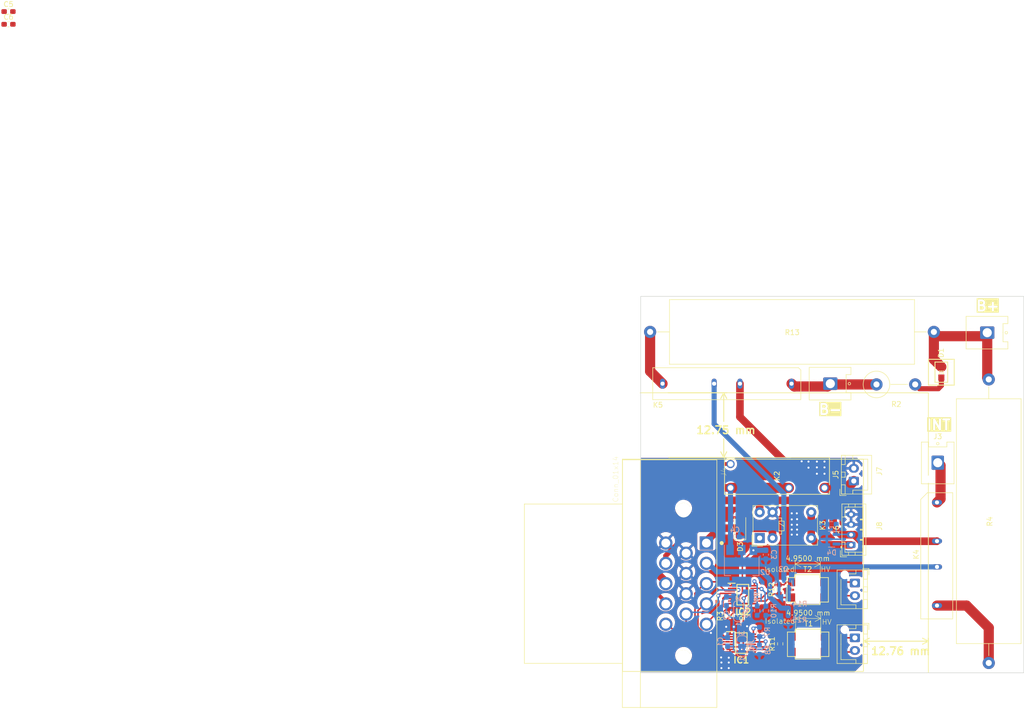
<source format=kicad_pcb>
(kicad_pcb (version 20240108) (generator "pcbnew") (generator_version "8.0")
  (layers (0 "F.Cu" signal) (31 "B.Cu" signal) (34 "B.Paste" user) (35 "F.Paste" user) (36 "B.SilkS" user "B.Silkscreen") (37 "F.SilkS" user "F.Silkscreen") (38 "B.Mask" user) (39 "F.Mask" user) (44 "Edge.Cuts" user))
  (net 0 "")
  (net 1 "+3.3V")
  (net 2 "GND")
  (net 3 "+12V")
  (net 4 "Net-(D1-A)")
  (net 5 "/AIR_B-")
  (net 6 "/Relay_Drive")
  (net 7 "/MAIN_CONT")
  (net 8 "/AIR_B+")
  (net 9 "/MOSI")
  (net 10 "/MISO")
  (net 11 "/SCK")
  (net 12 "/CS1")
  (net 13 "Net-(IC1-IM)")
  (net 14 "Net-(IC1-IP)")
  (net 15 "Net-(IC1-SLOW)")
  (net 16 "Net-(IC1-ICMP)")
  (net 17 "Net-(IC1-IBIAS)")
  (net 18 "/CS2")
  (net 19 "Net-(IC2-IM)")
  (net 20 "Net-(IC2-IP)")
  (net 21 "Net-(IC2-SLOW)")
  (net 22 "Net-(IC2-ICMP)")
  (net 23 "Net-(IC2-IBIAS)")
  (net 24 "/B-")
  (net 25 "/B+")
  (net 26 "/INT")
  (net 27 "/PRECHARGE")
  (net 28 "/FAN")
  (net 29 "/FAN_OUT")
  (net 30 "/IsoSpi/IPA1")
  (net 31 "/IsoSpi/IMA1")
  (net 32 "/IsoSpi/IPA2")
  (net 33 "/IsoSpi/IMA2")
  (net 35 "Net-(K4-Pad4)")
  (net 36 "Net-(K5-Pad4)")
  (net 37 "Net-(Q2-B)")
  (footprint "Resistor_THT:R_Axial_Power_L48.0mm_W12.5mm_P55.88mm" (layer "F.Cu") (at 194.711997 73.244999 -90)
    (property "Reference" "R4")
    (property "Value" "2.5K")
  )
  (footprint "AERO_Footprints:SOIC4_CBM4D19_SUM" (layer "F.Cu") (at 160.295498 125.187299)
    (property "Reference" "T1")
    (property "Value" "ESMIT-4180_C")
  )
  (footprint "AERO_Footprints:TE_1-776266-1_14pin_Horizontal" (layer "F.Cu") (at 135.111997 113.5 -90)
    (property "Reference" "J4")
    (property "Value" "Conn_01x14")
  )
  (footprint "AERO_Footprints:SOP50P490X110-16N" (layer "F.Cu") (at 146.276498 115.667499)
    (property "Reference" "IC2")
    (property "Value" "LTC6820HMS#3ZZPBF" (hide yes))
  )
  (footprint "AERO_Footprints:SHV12" (layer "F.Cu") (at 184.51879 107.647516 -90)
    (property "Reference" "K4")
    (property "Value" "374-1408-5-ND")
  )
  (footprint "Diode_SMD:D_MiniMELF" (layer "F.Cu") (at 145.752499 102.207499 90)
    (property "Reference" "D3")
    (property "Value" "1N4148")
  )
  (footprint "Resistor_SMD:R_0603_1608Metric_Pad0.98x0.95mm_HandSolder" (layer "F.Cu") (at 143.256 119.888 90)
    (property "Reference" "R3")
    (property "Value" "2k")
  )
  (footprint "AERO_Footprints:RELAY_G5NB-1A DC5_OMR" (layer "F.Cu") (at 162.159498 89.917499 90)
    (property "Reference" "K2")
    (property "Value" "G5NB-1A4-E DC12")
  )
  (footprint "Resistor_SMD:R_0603_1608Metric_Pad0.98x0.95mm_HandSolder" (layer "F.Cu") (at 153.645498 125.352399 -90)
    (property "Reference" "R11")
    (property "Value" "100")
  )
  (footprint "AERO_Footprints:SOIC4_CBM4D19_SUM" (layer "F.Cu") (at 160.202498 114.452399)
    (property "Reference" "T2")
    (property "Value" "ESMIT-4180_C")
  )
  (footprint "Connector_JST:JST_XH_B2B-XH-AM_1x02_P2.50mm_Vertical" (layer "F.Cu") (at 168.352498 113.367499 -90)
    (property "Reference" "J8")
    (property "Value" "Conn_01x02")
  )
  (footprint "Resistor_SMD:R_0603_1608Metric_Pad0.98x0.95mm_HandSolder" (layer "F.Cu") (at 153.452498 114.617499 -90)
    (property "Reference" "R12")
    (property "Value" "100")
  )
  (footprint "AERO_Footprints:SOP50P490X110-16N" (layer "F.Cu") (at 145.976498 125.202399)
    (property "Reference" "IC1")
    (property "Value" "LTC6820HMS#3ZZPBF" (hide yes))
  )
  (footprint "Connector_Hirose:Hirose_DF63M-1P-3.96DSA_1x01_P3.96mm_Vertical" (layer "F.Cu") (at 184.665394 89.657516)
    (property "Reference" "J3")
    (property "Value" "Conn_01x01")
  )
  (footprint "Resistor_THT:R_Axial_DIN0516_L15.5mm_D5.0mm_P7.62mm_Vertical" (layer "F.Cu") (at 172.601997 74.234999)
    (property "Reference" "R2")
    (property "Value" "1.5k")
  )
  (footprint "Connector_JST:JST_PH_B4B-PH-K_1x04_P2.00mm_Vertical" (layer "F.Cu") (at 167.6 105.85 90)
    (property "Reference" "J6")
    (property "Value" "JST PH")
  )
  (footprint "AERO_Footprints:LPA-C011301S-x LED 0805 LIGHT PIPE SINGLE VERT SMD" (layer "F.Cu") (at 185.371997 71.824999 -90)
    (property "Reference" "D1")
    (property "Value" "LED")
  )
  (footprint "Resistor_THT:R_Axial_Power_L48.0mm_W12.5mm_P55.88mm" (layer "F.Cu") (at 183.901997 63.884999 180)
    (property "Reference" "R13")
    (property "Value" "2.5k")
  )
  (footprint "Capacitor_SMD:C_0603_1608Metric_Pad1.08x0.95mm_HandSolder" (layer "F.Cu") (at 1.675 0.755)
    (property "Reference" "C5")
    (property "Value" ".1u")
  )
  (footprint "AERO_Footprints:S1-12" (layer "F.Cu") (at 142.968797 74.084999 180)
    (property "Reference" "K5")
    (property "Value" "S1-12-BDM")
  )
  (footprint "Connector_JST:JST_XH_B2B-XH-A_1x02_P2.50mm_Vertical" (layer "F.Cu") (at 168.134499 93.2675 90)
    (property "Reference" "J5")
    (property "Value" "Conn_01x02")
  )
  (footprint "Capacitor_SMD:C_0603_1608Metric_Pad1.08x0.95mm_HandSolder" (layer "F.Cu") (at 1.675 3.265)
    (property "Reference" "C6")
    (property "Value" ".1u")
  )
  (footprint "Connector_Hirose:Hirose_DF63M-1P-3.96DSA_1x01_P3.96mm_Vertical" (layer "F.Cu") (at 163.511997 74.084999 -90)
    (property "Reference" "J2" (hide yes))
    (property "Value" "Conn_01x01")
  )
  (footprint "Connector_JST:JST_XH_B2B-XH-AM_1x02_P2.50mm_Vertical" (layer "F.Cu") (at 168.352498 124.167499 -90)
    (property "Reference" "J7")
    (property "Value" "Conn_01x02")
  )
  (footprint "Resistor_SMD:R_0603_1608Metric_Pad0.98x0.95mm_HandSolder" (layer "F.Cu") (at 144.78 119.7845 -90)
    (property "Reference" "R1")
    (property "Value" "2k")
  )
  (footprint "Connector_Hirose:Hirose_DF63M-1P-3.96DSA_1x01_P3.96mm_Vertical" (layer "F.Cu") (at 194.411997 64.034999 -90)
    (property "Reference" "J1" (hide yes))
    (property "Value" "Conn_01x01")
  )
  (footprint "Relay_THT:Relay_SPDT_Omron_G5V-1" (layer "F.Cu") (at 149.592498 104.507501 90)
    (property "Reference" "K3")
    (property "Value" "G5V-1")
  )
  (footprint "Package_TO_SOT_SMD:SOT-23" (layer "B.Cu") (at 163.761997 104.734999 180)
    (property "Reference" "D4")
    (property "Value" "MMBZxx")
  )
  (footprint "Resistor_SMD:R_0603_1608Metric_Pad0.98x0.95mm_HandSolder" (layer "B.Cu") (at 150.809498 118.829999 -90)
    (property "Reference" "R10")
    (property "Value" "1k")
  )
  (footprint "Resistor_SMD:R_0603_1608Metric_Pad0.98x0.95mm_HandSolder" (layer "B.Cu") (at 149.548998 126.504999 -90)
    (property "Reference" "R8")
    (property "Value" "1k")
  )
  (footprint "Jumper:SolderJumper-3_P1.3mm_Bridged2Bar12_RoundedPad1.0x1.5mm_NumberLabels" (layer "B.Cu") (at 146.109498 125.817499 90)
    (property "Reference" "JP1")
    (property "Value" "Fast / Slow")
  )
  (footprint "Capacitor_SMD:C_0603_1608Metric_Pad1.08x0.95mm_HandSolder" (layer "B.Cu") (at 150.811997 107.784999 -90)
    (property "Reference" "C3")
    (property "Value" "10u")
  )
  (footprint "Resistor_SMD:R_0603_1608Metric_Pad0.98x0.95mm_HandSolder" (layer "B.Cu") (at 163.761997 101.784999)
    (property "Reference" "R5" (hide yes))
    (property "Value" "15k")
  )
  (footprint "Resistor_SMD:R_0603_1608Metric_Pad0.98x0.95mm_HandSolder" (layer "B.Cu") (at 149.109498 118.817499 -90)
    (property "Reference" "R9")
    (property "Value" "1k")
  )
  (footprint "Capacitor_SMD:C_0603_1608Metric_Pad1.08x0.95mm_HandSolder" (layer "B.Cu") (at 144.711997 104.284999)
    (property "Reference" "C4")
    (property "Value" "10u")
  )
  (footprint "Package_TO_SOT_SMD:SOT-223-3_TabPin2" (layer "B.Cu") (at 146.061997 109.984999 -90)
    (property "Reference" "U2")
    (property "Value" "LT1963AxST-3.3")
  )
  (footprint "Jumper:SolderJumper-3_P1.3mm_Bridged2Bar12_RoundedPad1.0x1.5mm_NumberLabels" (layer "B.Cu") (at 145.459498 118.917499 90)
    (property "Reference" "JP2")
    (property "Value" "Fast / Slow")
  )
  (footprint "Package_TO_SOT_SMD:SOT-23" (layer "B.Cu") (at 154.361997 113.534999 90)
    (property "Reference" "Q2")
    (property "Value" "MMBT2222A")
  )
  (footprint "Resistor_SMD:R_0603_1608Metric" (layer "B.Cu") (at 155.223496 120.6531 90)
    (property "Reference" "R15")
    (property "Value" "2k")
  )
  (footprint "Resistor_SMD:R_0603_1608Metric" (layer "B.Cu") (at 155.223496 117.503099 -90)
    (property "Reference" "R14")
    (property "Value" "10k")
  )
  (footprint "Capacitor_SMD:C_0603_1608Metric_Pad1.08x0.95mm_HandSolder" (layer "B.Cu") (at 143.059498 116.967499 90)
    (property "Reference" "C2")
    (property "Value" ".1u")
  )
  (footprint "Resistor_SMD:R_0603_1608Metric_Pad0.98x0.95mm_HandSolder" (layer "B.Cu") (at 149.561498 123.004999 -90)
    (property "Reference" "R7")
    (property "Value" "1k")
  )
  (footprint "Capacitor_SMD:C_0603_1608Metric_Pad1.08x0.95mm_HandSolder" (layer "B.Cu") (at 143.271498 124.967499 90)
    (property "Reference" "C1")
    (property "Value" ".1u")
  )
  (gr_rect (start 122.561997 88.9675) (end 170.034499 130.790002) (stroke (width 0.15)) (fill none) (layer "F.SilkS"))
  (gr_line (start 182.811997 131.034999) (end 182.811997 75.884999) (stroke (width 0.15)) (layer "F.SilkS"))
  (gr_line (start 126.061997 75.884999) (end 182.761997 75.884999) (stroke (width 0.15)) (layer "F.SilkS"))
  (gr_rect (start 126.161997 56.884999) (end 201.611997 131.059999) (stroke (width 0.1)) (fill none) (layer "Edge.Cuts"))
  (gr_text "B-" (at 161.011997 80.334999 0) (layer "F.SilkS" knockout) (effects (font (size 2 2) (thickness 0.4) (bold yes)) (justify left bottom)))
  (gr_text "B+" (at 192.011997 59.934999 0) (layer "F.SilkS" knockout) (effects (font (size 2 2) (thickness 0.4) (bold yes)) (justify left bottom)))
  (gr_text "INT" (at 182.261997 83.384999 0) (layer "F.SilkS" knockout) (effects (font (size 2 2) (thickness 0.4) (bold yes)) (justify left bottom)))
  (dimension (type aligned) (layer "F.SilkS") (pts (xy 170.052498 127.417499) (xy 182.811997 127.417499)) (height -2.5825) (gr_text "12.76 mm" (at 177.361997 126.784999 0) (layer "F.SilkS") (effects (font (size 1.5 1.5) (thickness 0.3)))) (format (prefix "") (suffix "") (units 3) (units_format 1) (precision 2)) (style (thickness 0.2) (arrow_length 1.27) (text_position_mode 2) (extension_height 0.58642) (extension_offset 0.5) keep_text_aligned))
  (dimension (type orthogonal) (layer "F.SilkS") (pts (xy 131.191996 88.634999) (xy 131.090463 75.884999)) (height 11.33) (orientation 1) (gr_text "12.75 mm" (at 142.961997 83.238371 0) (layer "F.SilkS") (effects (font (size 1.5 1.5) (thickness 0.3)))) (format (prefix "") (suffix "") (units 3) (units_format 1) (precision 2)) (style (thickness 0.2) (arrow_length 1.27) (text_position_mode 2) (extension_height 0.58642) (extension_offset 0.5)))
  (segment (start 146.194497 115.352499) (end 145.511997 116.034999) (width 0.3) (layer "F.Cu") (net 1))
  (segment (start 146.361997 119.634999) (end 146.361997 122) (width 0.3) (layer "F.Cu") (net 1))
  (segment (start 146.194497 109.09) (end 146.194497 115.352499) (width 0.3) (layer "F.Cu") (net 1))
  (segment (start 147.425998 117.403498) (end 147.411997 117.417499) (width 0.3) (layer "F.Cu") (net 1))
  (segment (start 146.361997 117.417499) (end 147.411997 117.417499) (width 0.3) (layer "F.Cu") (net 1))
  (segment (start 147.631022 115.917499) (end 147.425998 116.122523) (width 0.3) (layer "F.Cu") (net 1))
  (segment (start 144.064498 117.417499) (end 145.511997 117.417499) (width 0.3) (layer "F.Cu") (net 1))
  (segment (start 148.361998 106.922499) (end 146.194497 109.09) (width 0.3) (layer "F.Cu") (net 1))
  (segment (start 146.361997 125.983374) (end 146.361997 126.584999) (width 0.3) (layer "F.Cu") (net 1))
  (segment (start 146.379397 125.452399) (end 146.361997 125.434999) (width 0.3) (layer "F.Cu") (net 1))
  (segment (start 145.511997 117.417499) (end 146.361997 117.417499) (width 0.3) (layer "F.Cu") (net 1))
  (segment (start 146.361997 122) (end 146.361997 125.434999) (width 0.3) (layer "F.Cu") (net 1))
  (segment (start 148.488498 115.917499) (end 147.631022 115.917499) (width 0.3) (layer "F.Cu") (net 1))
  (segment (start 143.764498 125.952399) (end 146.331022 125.952399) (width 0.3) (layer "F.Cu") (net 1))
  (segment (start 148.188498 125.452399) (end 146.379397 125.452399) (width 0.3) (layer "F.Cu") (net 1))
  (segment (start 146.729397 126.952399) (end 148.188498 126.952399) (width 0.3) (layer "F.Cu") (net 1))
  (segment (start 146.361997 117.417499) (end 146.361997 119.634999) (width 0.3) (layer "F.Cu") (net 1))
  (segment (start 146.361997 122) (end 144.514498 122) (width 0.3) (layer "F.Cu") (net 1))
  (segment (start 145.511997 116.034999) (end 145.511997 117.417499) (width 0.3) (layer "F.Cu") (net 1))
  (segment (start 146.331022 125.952399) (end 146.361997 125.983374) (width 0.3) (layer "F.Cu") (net 1))
  (segment (start 144.064498 116.417499) (end 144.064498 117.417499) (width 0.3) (layer "F.Cu") (net 1))
  (segment (start 147.425998 116.122523) (end 147.425998 117.403498) (width 0.3) (layer "F.Cu") (net 1))
  (segment (start 146.361997 125.434999) (end 146.361997 125.983374) (width 0.3) (layer "F.Cu") (net 1))
  (segment (start 147.411997 117.417499) (end 148.488498 117.417499) (width 0.3) (layer "F.Cu") (net 1))
  (segment (start 146.361997 126.584999) (end 146.729397 126.952399) (width 0.3) (layer "F.Cu") (net 1))
  (via (at 144.514498 122) (size 0.8) (drill 0.4) (layers "F.Cu" "B.Cu") (net 1))
  (via (at 148.361998 106.922499) (size 0.8) (drill 0.4) (layers "F.Cu" "B.Cu") (net 1))
  (segment (start 145.459498 120.217499) (end 144.461997 120.217499) (width 0.3) (layer "B.Cu") (net 1))
  (segment (start 145.144497 127.117499) (end 144.461997 126.434999) (width 0.3) (layer "B.Cu") (net 1))
  (segment (start 143.059498 119.2325) (end 143.059498 117.829999) (width 0.3) (layer "B.Cu") (net 1))
  (segment (start 144.044497 120.217499) (end 143.059498 119.2325) (width 0.3) (layer "B.Cu") (net 1))
  (segment (start 144.461997 126.434999) (end 144.461997 120.217499) (width 0.3) (layer "B.Cu") (net 1))
  (segment (start 150.811997 106.922499) (end 148.361998 106.922499) (width 1) (layer "B.Cu") (net 1))
  (segment (start 144.356997 125.829999) (end 143.271498 125.829999) (width 0.3) (layer "B.Cu") (net 1))
  (segment (start 146.109498 127.117499) (end 145.144497 127.117499) (width 0.3) (layer "B.Cu") (net 1))
  (segment (start 144.461997 120.217499) (end 144.044497 120.217499) (width 0.3) (layer "B.Cu") (net 1))
  (segment (start 147.111997 124.234999) (end 147.111997 121.884999) (width 0.3) (layer "F.Cu") (net 2))
  (segment (start 143.764498 126.452399) (end 143.764498 126.952399) (width 0.3) (layer "F.Cu") (net 2))
  (segment (start 144.064498 112.9875) (end 144.061997 112.984999) (width 0.3) (layer "F.Cu") (net 2))
  (segment (start 144.064498 113.917499) (end 144.064498 112.9875) (width 0.3) (layer "F.Cu") (net 2))
  (segment (start 147.631022 114.917499) (end 147.111997 114.398474) (width 0.3) (layer "F.Cu") (net 2))
  (segment (start 147.111997 114.398474) (end 147.111997 112.884999) (width 0.3) (layer "F.Cu") (net 2))
  (segment (start 143.764498 123.452399) (end 143.764498 121.9875) (width 0.3) (layer "F.Cu") (net 2))
  (segment (start 148.488498 114.917499) (end 147.631022 114.917499) (width 0.3) (layer "F.Cu") (net 2))
  (segment (start 148.188498 124.452399) (end 147.329397 124.452399) (width 0.3) (layer "F.Cu") (net 2))
  (segment (start 147.329397 124.452399) (end 147.111997 124.234999) (width 0.3) (layer "F.Cu") (net 2))
  (via (at 143.511997 130.134999) (size 0.8) (drill 0.4) (layers "F.Cu" "B.Cu") (net 2))
  (via (at 156.961997 101.884999) (size 0.8) (drill 0.4) (layers "F.Cu" "B.Cu") (net 2))
  (via (at 155.911997 102.834999) (size 0.8) (drill 0.4) (layers "F.Cu" "B.Cu") (net 2))
  (via (at 156.961997 100.784999) (size 0.8) (drill 0.4) (layers "F.Cu" "B.Cu") (net 2))
  (via (at 160.861997 91.834999) (size 0.8) (drill 0.4) (layers "F.Cu" "B.Cu") (net 2))
  (via (at 156.911997 99.634999) (size 0.8) (drill 0.4) (layers "F.Cu" "B.Cu") (net 2))
  (via (at 143 122) (size 0.8) (drill 0.4) (layers "F.Cu" "B.Cu") (net 2))
  (via (at 160.861997 89.434999) (size 0.8) (drill 0.4) (layers "F.Cu" "B.Cu") (net 2))
  (via (at 159.211997 89.434999) (size 0.8) (drill 0.4) (layers "F.Cu" "B.Cu") (net 2))
  (via (at 155.911997 103.834999) (size 0.8) (drill 0.4) (layers "F.Cu" "B.Cu") (net 2))
  (via (at 162.361997 90.584999) (size 0.8) (drill 0.4) (layers "F.Cu" "B.Cu") (net 2))
  (via (at 157.861997 89.384999) (size 0.8) (drill 0.4) (layers "F.Cu" "B.Cu") (net 2))
  (via (at 147.111997 121.884999) (size 0.8) (drill 0.4) (layers "F.Cu" "B.Cu") (net 2))
  (via (at 146.461997 116.384999) (size 0.8) (drill 0.4) (layers "F.Cu" "B.Cu") (net 2))
  (via (at 162.361997 89.434999) (size 0.8) (drill 0.4) (layers "F.Cu" "B.Cu") (net 2))
  (via (at 162.361997 91.834999) (size 0.8) (drill 0.4) (layers "F.Cu" "B.Cu") (net 2))
  (via (at 142.061997 130.134999) (size 0.8) (drill 0.4) (layers "F.Cu" "B.Cu") (net 2))
  (via (at 150.761997 124.884999) (size 0.8) (drill 0.4) (layers "F.Cu" "B.Cu") (net 2))
  (via (at 143.511997 129.034999) (size 0.8) (drill 0.4) (layers "F.Cu" "B.Cu") (net 2))
  (via (at 143.511997 128.084999) (size 0.8) (drill 0.4) (layers "F.Cu" "B.Cu") (net 2))
  (via (at 142.061997 129.034999) (size 0.8) (drill 0.4) (layers "F.Cu" "B.Cu") (net 2))
  (via (at 159.211997 90.634999) (size 0.8) (drill 0.4) (layers "F.Cu" "B.Cu") (net 2))
  (via (at 155.911997 101.884999) (size 0.8) (drill 0.4) (layers "F.Cu" "B.Cu") (net 2))
  (via (at 140 123.202399) (size 0.8) (drill 0.4) (layers "F.Cu" "B.Cu") (net 2))
  (via (at 156.961997 102.834999) (size 0.8) (drill 0.4) (layers "F.Cu" "B.Cu") (net 2))
  (via (at 160.861997 90.584999) (size 0.8) (drill 0.4) (layers "F.Cu" "B.Cu") (net 2))
  (via (at 156.961997 103.834999) (size 0.8) (drill 0.4) (layers "F.Cu" "B.Cu") (net 2))
  (via (at 142.228829 119.228829) (size 0.8) (drill 0.4) (layers "F.Cu" "B.Cu") (net 2))
  (via (at 155.911997 99.634999) (size 0.8) (drill 0.4) (layers "F.Cu" "B.Cu") (net 2))
  (via (at 155.911997 100.834999) (size 0.8) (drill 0.4) (layers "F.Cu" "B.Cu") (net 2))
  (via (at 142.011997 128.034999) (size 0.8) (drill 0.4) (layers "F.Cu" "B.Cu") (net 2))
  (segment (start 142.228829 116.935668) (end 143.059498 116.104999) (width 0.3) (layer "B.Cu") (net 2))
  (segment (start 142.228829 119.228829) (end 142.228829 116.935668) (width 0.3) (layer "B.Cu") (net 2))
  (segment (start 128.161997 101.655531) (end 135.200028 94.6175) (width 1.5) (layer "F.Cu") (net 3))
  (segment (start 128.161997 110.084999) (end 128.161997 110.184999) (width 1.5) (layer "F.Cu") (net 3))
  (segment (start 155.359499 94.6175) (end 143.859499 94.6175) (width 2) (layer "F.Cu") (net 3))
  (segment (start 128.161997 110.084999) (end 128.161997 101.655531) (width 1.5) (layer "F.Cu") (net 3))
  (segment (start 135.200028 94.6175) (end 143.859499 94.6175) (width 1.5) (layer "F.Cu") (net 3))
  (segment (start 128.161997 110.184999) (end 131.111997 113.134999) (width 1.5) (layer "F.Cu") (net 3))
  (segment (start 143.859499 94.6175) (end 143.859499 106.737497) (width 1) (layer "B.Cu") (net 3))
  (segment (start 185.371997 74.478003) (end 185.371997 72.874999) (width 1) (layer "F.Cu") (net 4))
  (segment (start 184.76919 75.08081) (end 185.371997 74.478003) (width 1) (layer "F.Cu") (net 4))
  (segment (start 181.067808 75.08081) (end 184.76919 75.08081) (width 1) (layer "F.Cu") (net 4))
  (segment (start 180.221997 74.234999) (end 181.067808 75.08081) (width 1) (layer "F.Cu") (net 4))
  (segment (start 131.111997 109.134999) (end 131.111997 107.974041) (width 1) (layer "F.Cu") (net 5))
  (segment (start 131.111997 107.974041) (end 135.261997 103.824041) (width 1) (layer "F.Cu") (net 5))
  (segment (start 169.557057 105.134999) (end 184.491307 105.134999) (width 1.5) (layer "F.Cu") (net 5))
  (segment (start 184.491307 105.134999) (end 184.51879 105.107516) (width 1.5) (layer "F.Cu") (net 5))
  (segment (start 135.261997 103.434999) (end 141.611997 97.084999) (width 1.5) (layer "F.Cu") (net 5))
  (segment (start 165.626998 103.85) (end 164.061997 102.284999) (width 1.5) (layer "F.Cu") (net 5))
  (segment (start 145.711997 80.634999) (end 145.711997 74.084999) (width 1.5) (layer "F.Cu") (net 5))
  (segment (start 167.6 103.85) (end 168.272058 103.85) (width 1.5) (layer "F.Cu") (net 5))
  (segment (start 158.661997 97.084999) (end 158.661997 93.584999) (width 1.5) (layer "F.Cu") (net 5))
  (segment (start 149.511997 97.084999) (end 149.592498 97.1655) (width 1.5) (layer "F.Cu") (net 5))
  (segment (start 149.511997 97.084999) (end 158.661997 97.084999) (width 1.5) (layer "F.Cu") (net 5))
  (segment (start 149.592498 97.1655) (end 149.592498 99.427501) (width 1.5) (layer "F.Cu") (net 5))
  (segment (start 141.611997 97.084999) (end 149.511997 97.084999) (width 1.5) (layer "F.Cu") (net 5))
  (segment (start 168.272058 103.85) (end 169.557057 105.134999) (width 1.5) (layer "F.Cu") (net 5))
  (segment (start 164.061997 102.284999) (end 164.061997 99.584999) (width 1.5) (layer "F.Cu") (net 5))
  (segment (start 158.661997 93.584999) (end 145.711997 80.634999) (width 1.5) (layer "F.Cu") (net 5))
  (segment (start 167.6 103.85) (end 165.626998 103.85) (width 1.5) (layer "F.Cu") (net 5))
  (segment (start 135.261997 103.824041) (end 135.261997 103.434999) (width 1) (layer "F.Cu") (net 5))
  (segment (start 161.561997 97.084999) (end 158.661997 97.084999) (width 1.5) (layer "F.Cu") (net 5))
  (segment (start 164.061997 99.584999) (end 161.561997 97.084999) (width 1.5) (layer "F.Cu") (net 5))
  (segment (start 164.674497 101.784999) (end 164.674497 103.759999) (width 0.3) (layer "B.Cu") (net 5))
  (segment (start 164.699497 103.784999) (end 167.534999 103.784999) (width 0.3) (layer "B.Cu") (net 5))
  (segment (start 154.361997 109.584999) (end 154.964514 110.187516) (width 1) (layer "B.Cu") (net 6))
  (segment (start 140.631997 82.009824) (end 140.631997 74.084999) (width 1) (layer "B.Cu") (net 6))
  (segment (start 154.361997 112.597499) (end 154.361997 109.584999) (width 1) (layer "B.Cu") (net 6))
  (segment (start 154.964514 110.187516) (end 184.51879 110.187516) (width 1) (layer "B.Cu") (net 6))
  (segment (start 154.361997 109.584999) (end 154.361997 95.739824) (width 1) (layer "B.Cu") (net 6))
  (segment (start 154.361997 95.739824) (end 140.631997 82.009824) (width 1) (layer "B.Cu") (net 6))
  (segment (start 145.761997 102.557501) (end 151.580216 102.557501) (width 1.5) (layer "F.Cu") (net 7))
  (segment (start 145.752499 103.957499) (end 145.752499 102.566999) (width 1.5) (layer "F.Cu") (net 7))
  (segment (start 141.689495 102.557501) (end 151.580216 102.557501) (width 1.5) (layer "F.Cu") (net 7))
  (segment (start 151.580216 102.557501) (end 149.811997 102.557501) (width 1.5) (layer "F.Cu") (net 7))
  (segment (start 152.132498 104.507501) (end 152.132498 103.109783) (width 1.5) (layer "F.Cu") (net 7))
  (segment (start 149.811997 102.557501) (end 147.152497 102.557501) (width 1.5) (layer "F.Cu") (net 7))
  (segment (start 139.111997 105.134999) (end 141.689495 102.557501) (width 1.5) (layer "F.Cu") (net 7))
  (segment (start 145.752499 102.566999) (end 145.761997 102.557501) (width 1.5) (layer "F.Cu") (net 7))
  (segment (start 152.132498 103.109783) (end 151.580216 102.557501) (width 1.5) (layer "F.Cu") (net 7))
  (segment (start 161.094997 105.85) (end 159.752498 104.507501) (width 1.5) (layer "F.Cu") (net 8))
  (segment (start 167.6 105.85) (end 161.094997 105.85) (width 1.5) (layer "F.Cu") (net 8))
  (segment (start 159.752498 99.427501) (end 159.752498 104.507501) (width 1.5) (layer "F.Cu") (net 8))
  (segment (start 164.699497 105.684999) (end 167.434999 105.684999) (width 0.3) (layer "B.Cu") (net 8))
  (segment (start 139.379397 123.952399) (end 137.449497 122.022499) (width 0.3) (layer "F.Cu") (net 9))
  (segment (start 142.781 120.8005) (end 143.256 120.8005) (width 0.3) (layer "F.Cu") (net 9))
  (segment (start 143.764498 123.952399) (end 142.701998 123.952399) (width 0.3) (layer "F.Cu") (net 9))
  (segment (start 142.25 123.500401) (end 142.25 121.3315) (width 0.3) (layer "F.Cu") (net 9))
  (segment (start 143.764498 123.952399) (end 139.379397 123.952399) (width 0.3) (layer "F.Cu") (net 9))
  (segment (start 142.701998 123.952399) (end 142.25 123.500401) (width 0.3) (layer "F.Cu") (net 9))
  (segment (start 137.449497 122.022499) (end 137.449497 118.797499) (width 0.3) (layer "F.Cu") (net 9))
  (segment (start 143.256 120.396) (end 144.78 118.872) (width 0.3) (layer "F.Cu") (net 9))
  (segment (start 143.256 120.8005) (end 143.256 120.396) (width 0.3) (layer "F.Cu") (net 9))
  (segment (start 144.064498 114.417499) (end 145.09002 114.417499) (width 0.3) (layer "F.Cu") (net 9))
  (segment (start 137.449497 118.797499) (end 139.111997 117.134999) (width 0.3) (layer "F.Cu") (net 9))
  (segment (start 142.25 121.3315) (end 142.781 120.8005) (width 0.3) (layer "F.Cu") (net 9))
  (segment (start 145.40702 114.734499) (end 145.09002 114.417499) (width 0.3) (layer "F.Cu") (net 9))
  (via (at 145.40702 114.734499) (size 0.8) (drill 0.4) (layers "F.Cu" "B.Cu") (net 9))
  (segment (start 139.111997 117.134999) (end 141.512497 114.734499) (width 0.3) (layer "B.Cu") (net 9))
  (segment (start 141.512497 114.734499) (end 145.40702 114.734499) (width 0.3) (layer "B.Cu") (net 9))
  (segment (start 136.861997 122.634999) (end 136.861997 115.384999) (width 0.3) (layer "F.Cu") (net 10))
  (segment (start 138.679397 124.452399) (end 136.861997 122.634999) (width 0.3) (layer "F.Cu") (net 10))
  (segment (start 143.764498 124.452399) (end 138.679397 124.452399) (width 0.3) (layer "F.Cu") (net 10))
  (segment (start 141.023997 113.134999) (end 139.111997 113.134999) (width 0.3) (layer "F.Cu") (net 10))
  (segment (start 136.861997 115.384999) (end 139.111997 113.134999) (width 0.3) (layer "F.Cu") (net 10))
  (segment (start 142.806497 114.917499) (end 141.023997 113.134999) (width 0.3) (layer "F.Cu") (net 10))
  (segment (start 144.064498 114.917499) (end 142.806497 114.917499) (width 0.3) (layer "F.Cu") (net 10))
  (segment (start 135.111997 122.384999) (end 135.111997 119.134999) (width 0.3) (layer "F.Cu") (net 11))
  (segment (start 135.111997 122.384999) (end 137.679397 124.952399) (width 0.3) (layer "F.Cu") (net 11))
  (segment (start 143.764498 124.952399) (end 137.679397 124.952399) (width 0.3) (layer "F.Cu") (net 11))
  (segment (start 141.889451 115.417499) (end 144.064498 115.417499) (width 0.3) (layer "F.Cu") (net 11))
  (segment (start 141.441974 115.864976) (end 141.889451 115.417499) (width 0.3) (layer "F.Cu") (net 11))
  (via (at 141.441974 115.864976) (size 0.8) (drill 0.4) (layers "F.Cu" "B.Cu") (net 11))
  (segment (start 141.441974 117.14909) (end 139.456065 119.134999) (width 0.3) (layer "B.Cu") (net 11))
  (segment (start 141.441974 115.864976) (end 141.441974 117.14909) (width 0.3) (layer "B.Cu") (net 11))
  (segment (start 139.456065 119.134999) (end 135.111997 119.134999) (width 0.3) (layer "B.Cu") (net 11))
  (segment (start 135.429397 125.452399) (end 131.111997 121.134999) (width 0.3) (layer "F.Cu") (net 12))
  (segment (start 143.764498 125.452399) (end 135.429397 125.452399) (width 0.3) (layer "F.Cu") (net 12))
  (segment (start 155.977498 126.965299) (end 154.345898 126.965299) (width 0.3) (layer "F.Cu") (net 13))
  (segment (start 153.457998 126.452399) (end 148.188498 126.452399) (width 0.3) (layer "F.Cu") (net 13))
  (segment (start 154.345898 126.965299) (end 153.645498 126.264899) (width 0.3) (layer "F.Cu") (net 13))
  (segment (start 152.132998 125.952399) (end 148.188498 125.952399) (width 0.3) (layer "F.Cu") (net 14))
  (segment (start 153.645498 124.439899) (end 152.132998 125.952399) (width 0.3) (layer "F.Cu") (net 14))
  (segment (start 154.168098 123.917299) (end 153.645498 124.439899) (width 0.3) (layer "F.Cu") (net 14))
  (segment (start 155.977498 123.917299) (end 154.168098 123.917299) (width 0.3) (layer "F.Cu") (net 14))
  (segment (start 150.761997 124.884999) (end 150.694597 124.952399) (width 0.3) (layer "F.Cu") (net 15))
  (segment (start 150.694597 124.952399) (end 148.188498 124.952399) (width 0.3) (layer "F.Cu") (net 15))
  (segment (start 148.455646 125.817499) (end 149.068146 126.429999) (width 0.3) (layer "B.Cu") (net 15))
  (segment (start 150.761997 125.697852) (end 150.761997 124.884999) (width 0.3) (layer "B.Cu") (net 15))
  (segment (start 146.109498 125.817499) (end 148.455646 125.817499) (width 0.3) (layer "B.Cu") (net 15))
  (segment (start 149.068146 126.429999) (end 150.02985 126.429999) (width 0.3) (layer "B.Cu") (net 15))
  (segment (start 150.02985 126.429999) (end 150.761997 125.697852) (width 0.3) (layer "B.Cu") (net 15))
  (segment (start 150.294597 123.952399) (end 148.188498 123.952399) (width 0.3) (layer "F.Cu") (net 16))
  (segment (start 150.311997 123.934999) (end 150.294597 123.952399) (width 0.3) (layer "F.Cu") (net 16))
  (via (at 150.311997 123.934999) (size 0.8) (drill 0.4) (layers "F.Cu" "B.Cu") (net 16))
  (segment (start 150.294497 123.917499) (end 150.311997 123.934999) (width 0.3) (layer "B.Cu") (net 16))
  (segment (start 149.561498 123.917499) (end 149.561498 125.579999) (width 0.3) (layer "B.Cu") (net 16))
  (segment (start 149.561498 123.917499) (end 150.294497 123.917499) (width 0.3) (layer "B.Cu") (net 16))
  (segment (start 148.361997 122.334999) (end 148.361997 123.2789) (width 0.3) (layer "F.Cu") (net 17))
  (segment (start 148.361997 123.2789) (end 148.188498 123.452399) (width 0.3) (layer "F.Cu") (net 17))
  (via (at 148.361997 122.334999) (size 0.8) (drill 0.4) (layers "F.Cu" "B.Cu") (net 17))
  (segment (start 149.561498 122.092499) (end 148.604497 122.092499) (width 0.3) (layer "B.Cu") (net 17))
  (segment (start 148.604497 122.092499) (end 148.361997 122.334999) (width 0.3) (layer "B.Cu") (net 17))
  (segment (start 142.361997 118.034999) (end 142.361997 116.384999) (width 0.3) (layer "F.Cu") (net 18))
  (segment (start 142.361997 116.384999) (end 142.829497 115.917499) (width 0.3) (layer "F.Cu") (net 18))
  (segment (start 139.261997 121.134999) (end 142.361997 118.034999) (width 0.3) (layer "F.Cu") (net 18))
  (segment (start 142.829497 115.917499) (end 144.064498 115.917499) (width 0.3) (layer "F.Cu") (net 18))
  (segment (start 155.884498 116.230399) (end 154.152898 116.230399) (width 0.3) (layer "F.Cu") (net 19))
  (segment (start 154.152898 116.230399) (end 153.452498 115.529999) (width 0.3) (layer "F.Cu") (net 19))
  (segment (start 150.829497 116.917499) (end 152.216997 115.529999) (width 0.3) (layer "F.Cu") (net 19))
  (segment (start 152.216997 115.529999) (end 153.452498 115.529999) (width 0.3) (layer "F.Cu") (net 19))
  (segment (start 148.488498 116.917499) (end 150.829497 116.917499) (width 0.3) (layer "F.Cu") (net 19))
  (segment (start 154.391997 113.704999) (end 153.452498 113.704999) (width 0.3) (layer "F.Cu") (net 20))
  (segment (start 154.914597 113.182399) (end 154.391997 113.704999) (width 0.3) (layer "F.Cu") (net 20))
  (segment (start 149.929497 116.417499) (end 152.641997 113.704999) (width 0.3) (layer "F.Cu") (net 20))
  (segment (start 155.884498 113.182399) (end 154.914597 113.182399) (width 0.3) (layer "F.Cu") (net 20))
  (segment (start 152.641997 113.704999) (end 153.452498 113.704999) (width 0.3) (layer "F.Cu") (net 20))
  (segment (start 148.488498 116.417499) (end 149.929497 116.417499) (width 0.3) (layer "F.Cu") (net 20))
  (segment (start 146.461997 116.379419) (end 146.461997 116.384999) (width 0.3) (layer "F.Cu") (net 21))
  (segment (start 146.461997 116.379419) (end 147.423916 115.417499) (width 0.3) (layer "F.Cu") (net 21))
  (segment (start 148.488498 115.417499) (end 147.423916 115.417499) (width 0.3) (layer "F.Cu") (net 21))
  (segment (start 146.461997 116.384999) (end 146.559498 116.4825) (width 0.3) (layer "B.Cu") (net 21))
  (segment (start 146.559498 118.567499) (end 146.209498 118.917499) (width 0.3) (layer "B.Cu") (net 21))
  (segment (start 146.559498 116.4825) (end 146.559498 118.567499) (width 0.3) (layer "B.Cu") (net 21))
  (segment (start 146.209498 118.917499) (end 145.459498 118.917499) (width 0.3) (layer "B.Cu") (net 21))
  (segment (start 148.488498 114.417499) (end 149.844497 114.417499) (width 0.3) (layer "F.Cu") (net 22))
  (segment (start 149.844497 114.417499) (end 149.961997 114.534999) (width 0.3) (layer "F.Cu") (net 22))
  (via (at 149.961997 114.534999) (size 0.8) (drill 0.4) (layers "F.Cu" "B.Cu") (net 22))
  (segment (start 150.809498 118.029999) (end 149.109498 119.729999) (width 0.3) (layer "B.Cu") (net 22))
  (segment (start 150.661997 115.234999) (end 150.661997 117.769998) (width 0.3) (layer "B.Cu") (net 22))
  (segment (start 149.961997 114.534999) (end 150.661997 115.234999) (width 0.3) (layer "B.Cu") (net 22))
  (segment (start 148.561497 113.034999) (end 148.561497 113.8445) (width 0.3) (layer "F.Cu") (net 23))
  (segment (start 148.561497 113.8445) (end 148.488498 113.917499) (width 0.3) (layer "F.Cu") (net 23))
  (via (at 148.561497 113.034999) (size 0.8) (drill 0.4) (layers "F.Cu" "B.Cu") (net 23))
  (segment (start 149.109498 113.583) (end 149.109498 117.904999) (width 0.3) (layer "B.Cu") (net 23))
  (segment (start 148.561497 113.034999) (end 149.109498 113.583) (width 0.3) (layer "B.Cu") (net 23))
  (segment (start 193.716186 64.73081) (end 194.411997 64.034999) (width 2) (layer "F.Cu") (net 24))
  (segment (start 194.411997 72.944999) (end 194.711997 73.244999) (width 2) (layer "F.Cu") (net 24))
  (segment (start 183.901997 63.884999) (end 184.747808 64.73081) (width 2) (layer "F.Cu") (net 24))
  (segment (start 194.411997 64.034999) (end 194.411997 72.944999) (width 2) (layer "F.Cu") (net 24))
  (segment (start 183.901997 69.304999) (end 183.901997 63.884999) (width 2) (layer "F.Cu") (net 24))
  (segment (start 184.747808 64.73081) (end 193.716186 64.73081) (width 2) (layer "F.Cu") (net 24))
  (segment (start 185.371997 70.774999) (end 183.901997 69.304999) (width 2) (layer "F.Cu") (net 24))
  (segment (start 172.601997 74.234999) (end 163.661997 74.234999) (width 2) (layer "F.Cu") (net 25))
  (segment (start 156.421997 74.634999) (end 162.961997 74.634999) (width 2) (layer "F.Cu") (net 25))
  (segment (start 155.871997 74.084999) (end 156.421997 74.634999) (width 2) (layer "F.Cu") (net 25))
  (segment (start 162.961997 74.634999) (end 163.511997 74.084999) (width 2) (layer "F.Cu") (net 25))
  (segment (start 185.215394 96.790912) (end 185.215394 90.207516) (width 2) (layer "F.Cu") (net 26))
  (segment (start 185.215394 90.207516) (end 184.665394 89.657516) (width 2) (layer "F.Cu") (net 26))
  (segment (start 184.51879 97.487516) (end 185.215394 96.790912) (width 2) (layer "F.Cu") (net 26))
  (segment (start 151.561997 116.084999) (end 151.561997 112.634999) (width 1) (layer "B.Cu") (net 27))
  (segment (start 141.124497 111.147499) (end 139.111997 109.134999) (width 1) (layer "B.Cu") (net 27))
  (segment (start 155.223496 119.8281) (end 155.223496 118.328099) (width 1) (layer "B.Cu") (net 27))
  (segment (start 151.561997 112.634999) (end 150.074497 111.147499) (width 1) (layer "B.Cu") (net 27))
  (segment (start 155.223496 118.328099) (end 153.805097 118.328099) (width 1) (layer "B.Cu") (net 27))
  (segment (start 150.074497 111.147499) (end 141.124497 111.147499) (width 1) (layer "B.Cu") (net 27))
  (segment (start 153.805097 118.328099) (end 151.561997 116.084999) (width 1) (layer "B.Cu") (net 27))
  (segment (start 126.711997 112.734999) (end 131.111997 117.134999) (width 0.75) (layer "F.Cu") (net 28))
  (segment (start 143.859499 89.917499) (end 134.079497 89.917499) (width 0.75) (layer "F.Cu") (net 28))
  (segment (start 134.079497 89.917499) (end 126.711997 97.284999) (width 0.75) (layer "F.Cu") (net 28))
  (segment (start 126.711997 97.284999) (end 126.711997 112.734999) (width 0.75) (layer "F.Cu") (net 28))
  (segment (start 162.359497 94.6175) (end 166.784499 94.6175) (width 2) (layer "F.Cu") (net 29))
  (segment (start 166.784499 94.6175) (end 168.134499 93.2675) (width 2) (layer "F.Cu") (net 29))
  (segment (start 168.352498 124.167499) (end 162.577698 124.167499) (width 0.3) (layer "F.Cu") (net 30))
  (segment (start 162.327498 126.965299) (end 168.054698 126.965299) (width 0.3) (layer "F.Cu") (net 31))
  (segment (start 162.234498 113.182399) (end 168.167398 113.182399) (width 0.3) (layer "F.Cu") (net 32))
  (segment (start 168.352498 115.867499) (end 162.597398 115.867499) (width 0.3) (layer "F.Cu") (net 33))
  (segment (start 190.334514 117.807516) (end 184.51879 117.807516) (width 2) (layer "F.Cu") (net 35))
  (segment (start 194.711997 122.184999) (end 190.334514 117.807516) (width 2) (layer "F.Cu") (net 35))
  (segment (start 194.711997 129.124999) (end 194.711997 122.184999) (width 2) (layer "F.Cu") (net 35))
  (segment (start 128.021997 71.634999) (end 130.471997 74.084999) (width 2) (layer "F.Cu") (net 36))
  (segment (start 128.021997 63.884999) (end 128.021997 71.634999) (width 2) (layer "F.Cu") (net 36))
  (segment (start 155.223496 116.678099) (end 155.223496 114.561) (width 1) (layer "B.Cu") (net 37))
  (segment (start 155.223496 114.561) (end 155.311997 114.472499) (width 1) (layer "B.Cu") (net 37))
  (zone (net 2) (net_name "GND") (layers "F&B.Cu") (connect_pads (clearance 0.5)) (min_thickness 0.25) (fill yes (thermal_gap 0.5) (thermal_bridge_width 0.5) (island_removal_mode 1) (island_area_min 10))
    (polygon (pts (xy 122.602498 88.717499) (xy 122.602498 130.917499) (xy 168.252498 130.917499) (xy 169.802498 129.367499) (xy 169.802498 89.717499) (xy 168.802498 88.717499)))
  )
)
</source>
